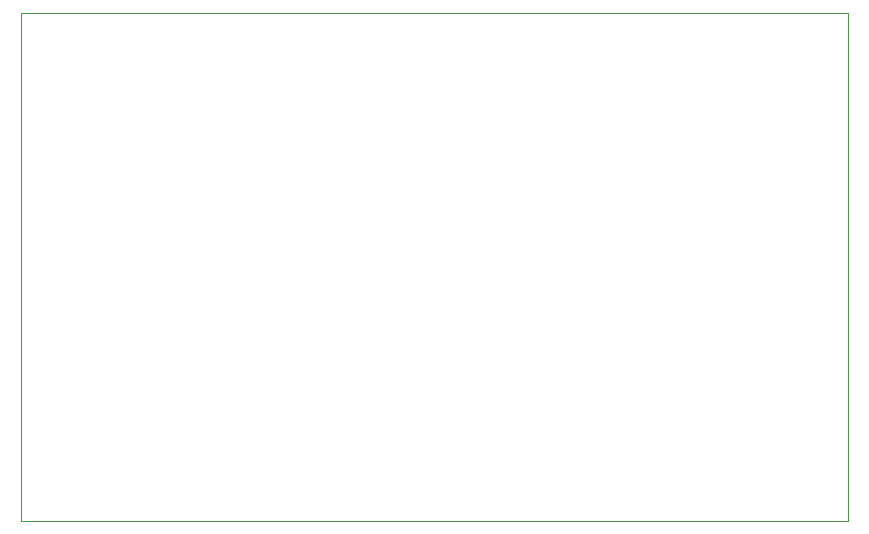
<source format=gbr>
%TF.GenerationSoftware,KiCad,Pcbnew,(5.1.10)-1*%
%TF.CreationDate,2023-05-28T19:46:44+02:00*%
%TF.ProjectId,Disney_door_opener,4469736e-6579-45f6-946f-6f725f6f7065,rev?*%
%TF.SameCoordinates,Original*%
%TF.FileFunction,Profile,NP*%
%FSLAX46Y46*%
G04 Gerber Fmt 4.6, Leading zero omitted, Abs format (unit mm)*
G04 Created by KiCad (PCBNEW (5.1.10)-1) date 2023-05-28 19:46:44*
%MOMM*%
%LPD*%
G01*
G04 APERTURE LIST*
%TA.AperFunction,Profile*%
%ADD10C,0.050000*%
%TD*%
G04 APERTURE END LIST*
D10*
X197500000Y-17000000D02*
X127500000Y-17000000D01*
X197500000Y-60000000D02*
X197500000Y-17000000D01*
X127500000Y-60000000D02*
X197500000Y-60000000D01*
X127500000Y-17000000D02*
X127500000Y-60000000D01*
M02*

</source>
